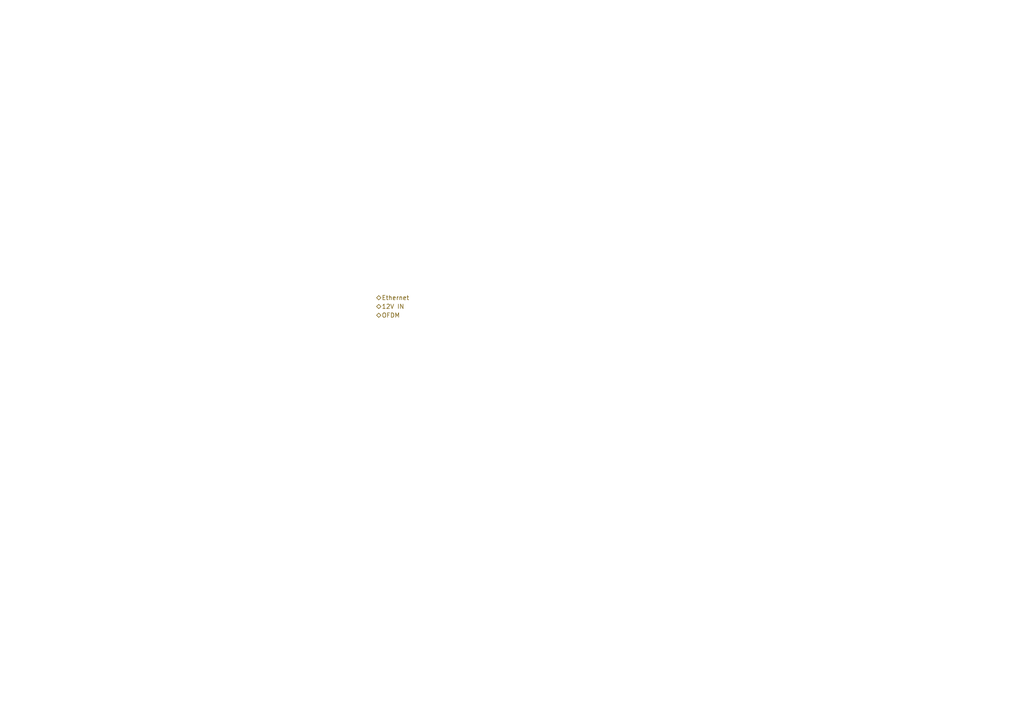
<source format=kicad_sch>
(kicad_sch (version 20230819) (generator eeschema)
  (paper "A4")
  (lib_symbols)
  (hierarchical_label "OFDM" (shape bidirectional) (at 109.22 91.44 0))
  (hierarchical_label "12V IN" (shape bidirectional) (at 109.22 88.9 0))
  (hierarchical_label "Ethernet" (shape bidirectional) (at 109.22 86.36 0))
)
</source>
